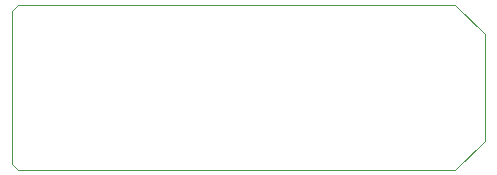
<source format=gbr>
G04 #@! TF.GenerationSoftware,KiCad,Pcbnew,(6.0.2)*
G04 #@! TF.CreationDate,2022-03-09T14:23:31+01:00*
G04 #@! TF.ProjectId,rs-probe,72732d70-726f-4626-952e-6b696361645f,rev?*
G04 #@! TF.SameCoordinates,Original*
G04 #@! TF.FileFunction,Profile,NP*
%FSLAX46Y46*%
G04 Gerber Fmt 4.6, Leading zero omitted, Abs format (unit mm)*
G04 Created by KiCad (PCBNEW (6.0.2)) date 2022-03-09 14:23:31*
%MOMM*%
%LPD*%
G01*
G04 APERTURE LIST*
G04 #@! TA.AperFunction,Profile*
%ADD10C,0.100000*%
G04 #@! TD*
G04 APERTURE END LIST*
D10*
X186000000Y-93000000D02*
X149000000Y-93000000D01*
X148500000Y-92500000D02*
X148500000Y-79500000D01*
X188500000Y-90500000D02*
X186000000Y-93000000D01*
X149000000Y-79000000D02*
X186000000Y-79000000D01*
X186000000Y-79000000D02*
X188500000Y-81500000D01*
X148500000Y-92500000D02*
X149000000Y-93000000D01*
X148500000Y-79500000D02*
X149000000Y-79000000D01*
X188500000Y-81500000D02*
X188500000Y-90500000D01*
M02*

</source>
